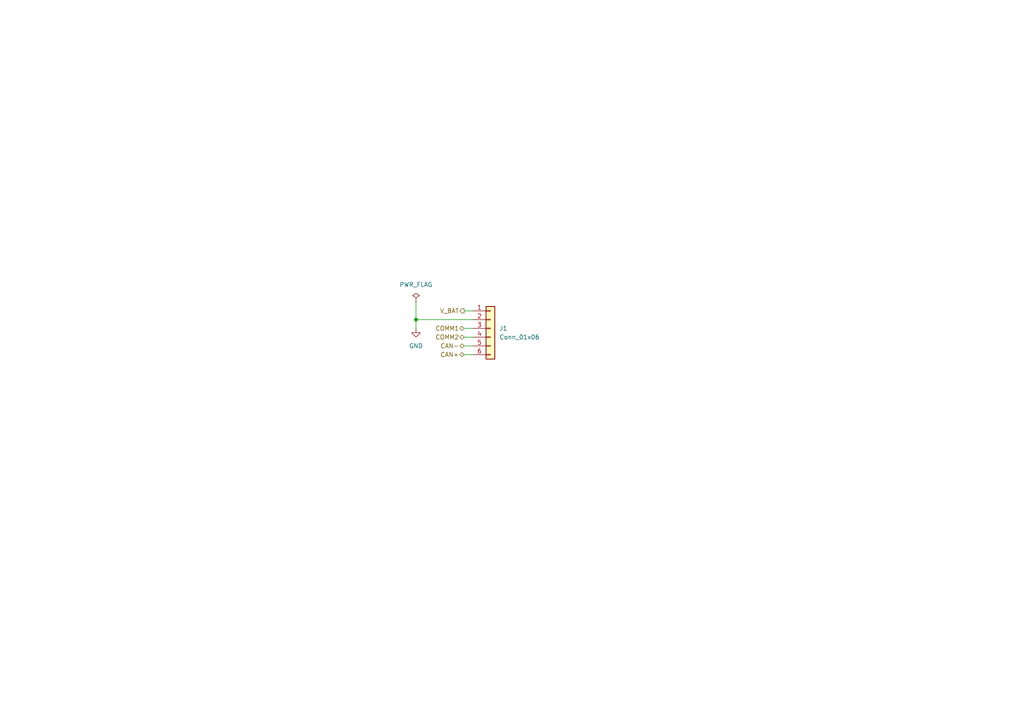
<source format=kicad_sch>
(kicad_sch (version 20231120) (generator "eeschema") (generator_version "8.0")
  (paper "A4")
  (title_block (title "${project_name}") (date "2024-11-20") (rev "v1") (company "${uni_name}") (comment 1 "${course_date}") (comment 2 "${folder_name}"))
  (lib_symbols
    (symbol "Connector_Generic:Conn_01x06" (pin_names (offset 1.016) hide)
      (property "Reference" "J" (at 0 7.62 0))
      (property "Value" "Conn_01x06" (at 0 -10.16 0))
      (symbol "Conn_01x06_1_1"
        (rectangle (start -1.27 -7.493) (end 0 -7.747) (stroke (width 0.1524)))
        (rectangle (start -1.27 -4.953) (end 0 -5.207) (stroke (width 0.1524)))
        (rectangle (start -1.27 -2.413) (end 0 -2.667) (stroke (width 0.1524)))
        (rectangle (start -1.27 0.127) (end 0 -0.127) (stroke (width 0.1524)))
        (rectangle (start -1.27 2.667) (end 0 2.413) (stroke (width 0.1524)))
        (rectangle (start -1.27 5.207) (end 0 4.953) (stroke (width 0.1524)))
        (rectangle (start -1.27 6.35) (end 1.27 -8.89) (stroke (width 0.254)) (fill (type background)))
        (pin passive line (at -5.08 5.08 0) (length 3.81) (name "Pin_1") (number "1"))
        (pin passive line (at -5.08 2.54 0) (length 3.81) (name "Pin_2") (number "2"))
        (pin passive line (at -5.08 0 0) (length 3.81) (name "Pin_3") (number "3"))
        (pin passive line (at -5.08 -2.54 0) (length 3.81) (name "Pin_4") (number "4"))
        (pin passive line (at -5.08 -5.08 0) (length 3.81) (name "Pin_5") (number "5"))
        (pin passive line (at -5.08 -7.62 0) (length 3.81) (name "Pin_6") (number "6"))
      )
    )
    (symbol "power:GND" (power) (pin_numbers hide) (pin_names (offset 0) hide)
      (property "Value" "GND" (at 0 -3.81 0))
      (symbol "GND_0_1"
        (polyline (pts (xy 0 0) (xy 0 -1.27) (xy 1.27 -1.27) (xy 0 -2.54) (xy -1.27 -1.27) (xy 0 -1.27)))
      )
      (symbol "GND_1_1"
        (pin power_in line (at 0 0 270) (length 0) (name "~") (number "1"))
      )
    )
    (symbol "power:PWR_FLAG" (power) (pin_numbers hide) (pin_names (offset 0) hide)
      (property "Value" "PWR_FLAG" (at 0 3.81 0))
      (symbol "PWR_FLAG_0_0"
        (pin power_out line (at 0 0 90) (length 0) (name "~") (number "1"))
      )
      (symbol "PWR_FLAG_0_1"
        (polyline (pts (xy 0 0) (xy 0 1.27) (xy -1.016 1.905) (xy 0 2.54) (xy 1.016 1.905) (xy 0 1.27)))
      )
    )
  )
  (junction (at 120.65 92.71))
  (wire (pts (xy 134.62 90.17) (xy 137.16 90.17)))
  (wire (pts (xy 120.65 92.71) (xy 120.65 95.25)))
  (wire (pts (xy 120.65 87.63) (xy 120.65 92.71)))
  (wire (pts (xy 137.16 95.25) (xy 134.62 95.25)))
  (wire (pts (xy 137.16 97.79) (xy 134.62 97.79)))
  (wire (pts (xy 137.16 100.33) (xy 134.62 100.33)))
  (wire (pts (xy 137.16 102.87) (xy 134.62 102.87)))
  (wire (pts (xy 137.16 92.71) (xy 120.65 92.71)))
  (hierarchical_label "CAN+" (shape bidirectional) (at 134.62 102.87 180))
  (hierarchical_label "COMM2" (shape bidirectional) (at 134.62 97.79 180))
  (hierarchical_label "CAN-" (shape bidirectional) (at 134.62 100.33 180))
  (hierarchical_label "V_BAT" (shape output) (at 134.62 90.17 180))
  (hierarchical_label "COMM1" (shape bidirectional) (at 134.62 95.25 180))
  (symbol (lib_id "power:PWR_FLAG") (at 120.65 87.63 0) (mirror y) (unit 1)
    (property "Reference" "#FLG01" (effects (hide yes)))
    (property "Value" "PWR_FLAG" (at 120.65 82.55 0))
    (property "Description" "Special symbol for telling ERC where power comes from" (effects (hide yes)))
  )
  (symbol (lib_id "power:GND") (at 120.65 95.25 0) (mirror y) (unit 1)
    (property "Reference" "#PWR01" (effects (hide yes)))
    (property "Value" "GND" (at 120.65 100.33 0))
    (property "Description" "Power symbol creates a global label with name \"GND\" , ground" (effects (hide yes)))
  )
  (symbol (lib_id "Connector_Generic:Conn_01x06") (at 142.24 95.25 0) (unit 1)
    (property "Reference" "J1" (at 144.78 95.2499 0) (effects (justify left)))
    (property "Value" "Conn_01x06" (at 144.78 97.7899 0) (effects (justify left)))
    (property "Footprint" "Connector_PinHeader_2.54mm:PinHeader_1x06_P2.54mm_Vertical" (effects (hide yes)))
    (property "Datasheet" "https://cdn.ozdisan.com/ETicaret_Dosya/354016_202152.pdf" (effects (hide yes)))
    (property "Description" "Generic connector, single row, 01x06, script generated (kicad-library-utils/schlib/autogen/connector/)" (effects (hide yes)))
    (property "Manufacturer_Name" "AMTEC" (effects (hide yes)))
    (property "Ordering_Code" "5PS1SDA85-106G0NNNAL-00" (effects (hide yes)))
    (property "Ordering_Link" "https://ozdisan.com/Product/Detail/354014/5PS1SDA85-106G0NNNAL-00" (effects (hide yes)))
  )
)
</source>
